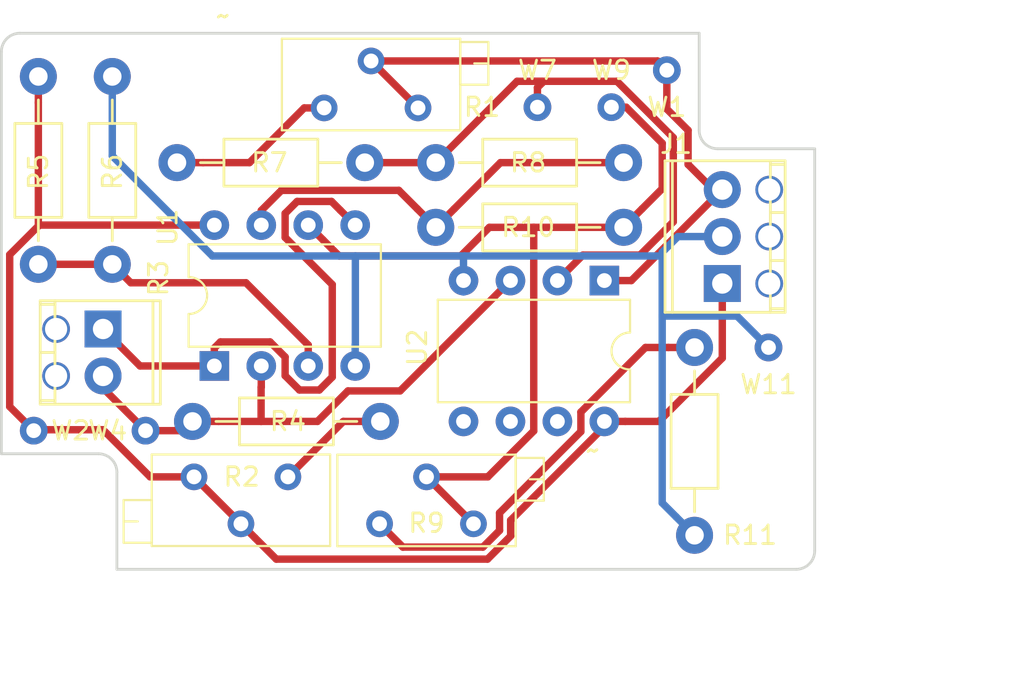
<source format=kicad_pcb>
(kicad_pcb (version 20171130) (host pcbnew "(5.1.4)-1")

  (general
    (thickness 1.6)
    (drawings 14)
    (tracks 146)
    (zones 0)
    (modules 22)
    (nets 13)
  )

  (page A4)
  (title_block
    (title APt100)
    (date 2017-10-05)
    (rev 1.2)
    (comment 1 "Add-On for Pt100 sensors")
  )

  (layers
    (0 F.Cu signal)
    (31 B.Cu signal)
    (32 B.Adhes user)
    (33 F.Adhes user)
    (34 B.Paste user)
    (35 F.Paste user)
    (36 B.SilkS user)
    (37 F.SilkS user)
    (38 B.Mask user)
    (39 F.Mask user)
    (40 Dwgs.User user)
    (41 Cmts.User user)
    (42 Eco1.User user)
    (43 Eco2.User user)
    (44 Edge.Cuts user)
    (45 Margin user)
    (46 B.CrtYd user)
    (47 F.CrtYd user)
    (48 B.Fab user hide)
    (49 F.Fab user hide)
  )

  (setup
    (last_trace_width 0.4)
    (trace_clearance 0.2)
    (zone_clearance 0.508)
    (zone_45_only no)
    (trace_min 0.2)
    (via_size 0.6)
    (via_drill 0.4)
    (via_min_size 0.4)
    (via_min_drill 0.3)
    (uvia_size 0.3)
    (uvia_drill 0.1)
    (uvias_allowed no)
    (uvia_min_size 0.2)
    (uvia_min_drill 0.1)
    (edge_width 0.15)
    (segment_width 0.2)
    (pcb_text_width 0.3)
    (pcb_text_size 1.5 1.5)
    (mod_edge_width 0.15)
    (mod_text_size 1 1)
    (mod_text_width 0.15)
    (pad_size 1.5 1.5)
    (pad_drill 0)
    (pad_to_mask_clearance 0.2)
    (aux_axis_origin 15 44)
    (visible_elements 7FFFFFFF)
    (pcbplotparams
      (layerselection 0x010f0_80000001)
      (usegerberextensions true)
      (usegerberattributes false)
      (usegerberadvancedattributes false)
      (creategerberjobfile false)
      (excludeedgelayer true)
      (linewidth 0.100000)
      (plotframeref false)
      (viasonmask false)
      (mode 1)
      (useauxorigin true)
      (hpglpennumber 1)
      (hpglpenspeed 20)
      (hpglpendiameter 15.000000)
      (psnegative false)
      (psa4output false)
      (plotreference true)
      (plotvalue true)
      (plotinvisibletext true)
      (padsonsilk false)
      (subtractmaskfromsilk true)
      (outputformat 1)
      (mirror false)
      (drillshape 0)
      (scaleselection 1)
      (outputdirectory "../plot/"))
  )

  (net 0 "")
  (net 1 AGND)
  (net 2 +5V)
  (net 3 /SIGNAL_T1)
  (net 4 "Net-(R1-Pad1)")
  (net 5 "Net-(R2-Pad1)")
  (net 6 "Net-(R3-Pad1)")
  (net 7 "Net-(R3-Pad2)")
  (net 8 "Net-(R5-Pad1)")
  (net 9 "Net-(R7-Pad1)")
  (net 10 "Net-(R10-Pad2)")
  (net 11 "Net-(R11-Pad2)")
  (net 12 "Net-(R10-Pad1)")

  (net_class Default "This is the default net class."
    (clearance 0.2)
    (trace_width 0.4)
    (via_dia 0.6)
    (via_drill 0.4)
    (uvia_dia 0.3)
    (uvia_drill 0.1)
    (add_net +5V)
    (add_net /SIGNAL_T1)
    (add_net AGND)
    (add_net "Net-(R1-Pad1)")
    (add_net "Net-(R10-Pad1)")
    (add_net "Net-(R10-Pad2)")
    (add_net "Net-(R11-Pad2)")
    (add_net "Net-(R2-Pad1)")
    (add_net "Net-(R3-Pad1)")
    (add_net "Net-(R3-Pad2)")
    (add_net "Net-(R5-Pad1)")
    (add_net "Net-(R7-Pad1)")
  )

  (module Pheonix:TerminalBlock_Pheonix_MPT-2.54mm_3pol (layer F.Cu) (tedit 578D3B25) (tstamp 579F3E66)
    (at 54 28.54 90)
    (descr "3-way 2.54mm pitch terminal block, Phoenix MPT series")
    (path /579FD5CA)
    (fp_text reference J1 (at 7.54 -2.5 180) (layer F.SilkS)
      (effects (font (size 1 1) (thickness 0.15)))
    )
    (fp_text value JACK_TRS_3PINS (at 2.54 4.50088 90) (layer F.Fab)
      (effects (font (size 1 1) (thickness 0.15)))
    )
    (fp_line (start -1.778 3.6) (end 6.858 3.6) (layer F.CrtYd) (width 0.05))
    (fp_line (start -1.778 -3.302) (end -1.778 3.6) (layer F.CrtYd) (width 0.05))
    (fp_line (start 6.858 -3.302) (end -1.778 -3.302) (layer F.CrtYd) (width 0.05))
    (fp_line (start 6.858 3.6) (end 6.858 -3.302) (layer F.CrtYd) (width 0.05))
    (fp_line (start 6.63956 -3.0988) (end -1.55956 -3.0988) (layer F.SilkS) (width 0.15))
    (fp_line (start 6.63956 -2.70002) (end -1.55956 -2.70002) (layer F.SilkS) (width 0.15))
    (fp_line (start 6.63956 2.60096) (end -1.55956 2.60096) (layer F.SilkS) (width 0.15))
    (fp_line (start -1.55956 3.4) (end 6.63956 3.4) (layer F.SilkS) (width 0.15))
    (fp_line (start 3.84048 2.60096) (end 3.84048 3.4) (layer F.SilkS) (width 0.15))
    (fp_line (start -1.3589 3.4) (end -1.3589 2.60096) (layer F.SilkS) (width 0.15))
    (fp_line (start 6.44144 2.60096) (end 6.44144 3.4) (layer F.SilkS) (width 0.15))
    (fp_line (start 1.24206 3.4) (end 1.24206 2.60096) (layer F.SilkS) (width 0.15))
    (fp_line (start 6.63956 3.4) (end 6.63956 -3.0988) (layer F.SilkS) (width 0.15))
    (fp_line (start -1.55702 -3.0988) (end -1.55702 3.4) (layer F.SilkS) (width 0.15))
    (pad 3 thru_hole oval (at 5.08 0 90) (size 1.99898 1.99898) (drill 1.1) (layers *.Cu *.Mask)
      (net 3 /SIGNAL_T1))
    (pad 1 thru_hole rect (at 0 0 90) (size 1.99898 1.99898) (drill 1.1) (layers *.Cu *.Mask)
      (net 2 +5V))
    (pad 2 thru_hole oval (at 2.54 0 90) (size 1.99898 1.99898) (drill 1.1) (layers *.Cu *.Mask)
      (net 1 AGND))
    (pad "" np_thru_hole circle (at 5.08 2.54 90) (size 1.5 1.5) (drill 1.2) (layers *.Cu *.Mask))
    (pad "" np_thru_hole circle (at 2.54 2.54 90) (size 1.5 1.5) (drill 1.2) (layers *.Cu *.Mask))
    (pad "" np_thru_hole circle (at 0 2.54 90) (size 1.5 1.5) (drill 1.2) (layers *.Cu *.Mask))
    (model ${BBLIB}/Pheonix.3dshapes/TerminalBlock_Pheonix_MPT_2.54_3pol.wrl
      (at (xyz 0 0 0))
      (scale (xyz 1 1 1))
      (rotate (xyz 0 0 0))
    )
  )

  (module Pheonix:TerminalBlock_Pheonix_MPT-2.54mm_2pol (layer F.Cu) (tedit 578D3A7F) (tstamp 57A495E8)
    (at 20.5 31 270)
    (descr "2-way 2.54mm pitch terminal block, Phoenix MPT series")
    (path /57A49775)
    (fp_text reference R3 (at -2.75 -3 270) (layer F.SilkS)
      (effects (font (size 1 1) (thickness 0.15)))
    )
    (fp_text value THERMISTOR (at 1.27 4.50088 270) (layer F.Fab)
      (effects (font (size 1 1) (thickness 0.15)))
    )
    (fp_line (start -1.7 -3.3) (end 4.3 -3.3) (layer F.CrtYd) (width 0.05))
    (fp_line (start -1.7 3.6) (end -1.7 -3.3) (layer F.CrtYd) (width 0.05))
    (fp_line (start 4.3 3.6) (end -1.7 3.6) (layer F.CrtYd) (width 0.05))
    (fp_line (start 4.3 -3.3) (end 4.3 3.6) (layer F.CrtYd) (width 0.05))
    (fp_line (start 4.06908 2.60096) (end -1.52908 2.60096) (layer F.SilkS) (width 0.15))
    (fp_line (start -1.33096 3.4) (end -1.33096 2.60096) (layer F.SilkS) (width 0.15))
    (fp_line (start 3.87096 2.60096) (end 3.87096 3.4) (layer F.SilkS) (width 0.15))
    (fp_line (start 1.27 3.4) (end 1.27 2.60096) (layer F.SilkS) (width 0.15))
    (fp_line (start -1.52908 -2.70002) (end 4.06908 -2.70002) (layer F.SilkS) (width 0.15))
    (fp_line (start -1.52908 3.4) (end 4.06908 3.4) (layer F.SilkS) (width 0.15))
    (fp_line (start 4.06908 3.4) (end 4.06908 -3.0988) (layer F.SilkS) (width 0.15))
    (fp_line (start 4.06908 -3.0988) (end -1.52908 -3.0988) (layer F.SilkS) (width 0.15))
    (fp_line (start -1.52908 -3.0988) (end -1.52908 3.4) (layer F.SilkS) (width 0.15))
    (pad 2 thru_hole oval (at 2.54 0 270) (size 1.99898 1.99898) (drill 1.1) (layers *.Cu *.Mask)
      (net 7 "Net-(R3-Pad2)"))
    (pad 1 thru_hole rect (at 0 0 270) (size 1.99898 1.99898) (drill 1.1) (layers *.Cu *.Mask)
      (net 6 "Net-(R3-Pad1)"))
    (pad "" np_thru_hole circle (at 2.54 2.54 270) (size 1.5 1.5) (drill 1.2) (layers *.Cu *.Mask))
    (pad "" np_thru_hole circle (at 0 2.54 270) (size 1.5 1.5) (drill 1.2) (layers *.Cu *.Mask))
    (model ${BBLIB}/Pheonix.3dshapes/TerminalBlock_Pheonix_MPT_2.54_2pol.wrl
      (at (xyz 0 0 0))
      (scale (xyz 1 1 1))
      (rotate (xyz 0 0 0))
    )
  )

  (module ThroughHole:Resistor_Horizontal_RM10mm (layer F.Cu) (tedit 59D3FB33) (tstamp 579F36F0)
    (at 21 17.34 270)
    (descr "Resistor, Axial,  RM 10mm, 1/3W")
    (tags "Resistor Axial RM 10mm 1/3W")
    (path /579D2E60)
    (fp_text reference R6 (at 5.16 0 270) (layer F.SilkS)
      (effects (font (size 1 1) (thickness 0.15)))
    )
    (fp_text value 10k (at 5.08 3.81 270) (layer F.Fab)
      (effects (font (size 1 1) (thickness 0.15)))
    )
    (fp_line (start -1.25 -1.5) (end 11.4 -1.5) (layer F.CrtYd) (width 0.05))
    (fp_line (start -1.25 1.5) (end -1.25 -1.5) (layer F.CrtYd) (width 0.05))
    (fp_line (start 11.4 -1.5) (end 11.4 1.5) (layer F.CrtYd) (width 0.05))
    (fp_line (start -1.25 1.5) (end 11.4 1.5) (layer F.CrtYd) (width 0.05))
    (fp_line (start 2.54 -1.27) (end 7.62 -1.27) (layer F.SilkS) (width 0.15))
    (fp_line (start 7.62 -1.27) (end 7.62 1.27) (layer F.SilkS) (width 0.15))
    (fp_line (start 7.62 1.27) (end 2.54 1.27) (layer F.SilkS) (width 0.15))
    (fp_line (start 2.54 1.27) (end 2.54 -1.27) (layer F.SilkS) (width 0.15))
    (fp_line (start 2.54 0) (end 1.27 0) (layer F.SilkS) (width 0.15))
    (fp_line (start 7.62 0) (end 8.89 0) (layer F.SilkS) (width 0.15))
    (pad 1 thru_hole circle (at 0 0 270) (size 2 2) (drill 1) (layers *.Cu *.Mask)
      (net 1 AGND))
    (pad 2 thru_hole circle (at 10.16 0 270) (size 2 2) (drill 1) (layers *.Cu *.Mask)
      (net 8 "Net-(R5-Pad1)"))
    (model ${BBLIB}/ThroughHole.3dshapes/Resistor_Horizontal_RM10mm.wrl
      (at (xyz 0 0 0))
      (scale (xyz 1 1 1))
      (rotate (xyz 0 0 0))
    )
  )

  (module ThroughHole:Resistor_Horizontal_RM10mm (layer F.Cu) (tedit 59D3FB33) (tstamp 579F36EA)
    (at 17 27.5 90)
    (descr "Resistor, Axial,  RM 10mm, 1/3W")
    (tags "Resistor Axial RM 10mm 1/3W")
    (path /579D2E1E)
    (fp_text reference R5 (at 5 0 90) (layer F.SilkS)
      (effects (font (size 1 1) (thickness 0.15)))
    )
    (fp_text value 10k (at 5.08 3.81 90) (layer F.Fab)
      (effects (font (size 1 1) (thickness 0.15)))
    )
    (fp_line (start -1.25 -1.5) (end 11.4 -1.5) (layer F.CrtYd) (width 0.05))
    (fp_line (start -1.25 1.5) (end -1.25 -1.5) (layer F.CrtYd) (width 0.05))
    (fp_line (start 11.4 -1.5) (end 11.4 1.5) (layer F.CrtYd) (width 0.05))
    (fp_line (start -1.25 1.5) (end 11.4 1.5) (layer F.CrtYd) (width 0.05))
    (fp_line (start 2.54 -1.27) (end 7.62 -1.27) (layer F.SilkS) (width 0.15))
    (fp_line (start 7.62 -1.27) (end 7.62 1.27) (layer F.SilkS) (width 0.15))
    (fp_line (start 7.62 1.27) (end 2.54 1.27) (layer F.SilkS) (width 0.15))
    (fp_line (start 2.54 1.27) (end 2.54 -1.27) (layer F.SilkS) (width 0.15))
    (fp_line (start 2.54 0) (end 1.27 0) (layer F.SilkS) (width 0.15))
    (fp_line (start 7.62 0) (end 8.89 0) (layer F.SilkS) (width 0.15))
    (pad 1 thru_hole circle (at 0 0 90) (size 2 2) (drill 1) (layers *.Cu *.Mask)
      (net 8 "Net-(R5-Pad1)"))
    (pad 2 thru_hole circle (at 10.16 0 90) (size 2 2) (drill 1) (layers *.Cu *.Mask)
      (net 2 +5V))
    (model ${BBLIB}/ThroughHole.3dshapes/Resistor_Horizontal_RM10mm.wrl
      (at (xyz 0 0 0))
      (scale (xyz 1 1 1))
      (rotate (xyz 0 0 0))
    )
  )

  (module ThroughHole:Resistor_Horizontal_RM10mm (layer F.Cu) (tedit 59D3FB33) (tstamp 579F3708)
    (at 48.66 25.5 180)
    (descr "Resistor, Axial,  RM 10mm, 1/3W")
    (tags "Resistor Axial RM 10mm 1/3W")
    (path /579D46CB)
    (fp_text reference R10 (at 5.16 0 180) (layer F.SilkS)
      (effects (font (size 1 1) (thickness 0.15)))
    )
    (fp_text value 200 (at 5.08 3.81 180) (layer F.Fab)
      (effects (font (size 1 1) (thickness 0.15)))
    )
    (fp_line (start -1.25 -1.5) (end 11.4 -1.5) (layer F.CrtYd) (width 0.05))
    (fp_line (start -1.25 1.5) (end -1.25 -1.5) (layer F.CrtYd) (width 0.05))
    (fp_line (start 11.4 -1.5) (end 11.4 1.5) (layer F.CrtYd) (width 0.05))
    (fp_line (start -1.25 1.5) (end 11.4 1.5) (layer F.CrtYd) (width 0.05))
    (fp_line (start 2.54 -1.27) (end 7.62 -1.27) (layer F.SilkS) (width 0.15))
    (fp_line (start 7.62 -1.27) (end 7.62 1.27) (layer F.SilkS) (width 0.15))
    (fp_line (start 7.62 1.27) (end 2.54 1.27) (layer F.SilkS) (width 0.15))
    (fp_line (start 2.54 1.27) (end 2.54 -1.27) (layer F.SilkS) (width 0.15))
    (fp_line (start 2.54 0) (end 1.27 0) (layer F.SilkS) (width 0.15))
    (fp_line (start 7.62 0) (end 8.89 0) (layer F.SilkS) (width 0.15))
    (pad 1 thru_hole circle (at 0 0 180) (size 2 2) (drill 1) (layers *.Cu *.Mask)
      (net 12 "Net-(R10-Pad1)"))
    (pad 2 thru_hole circle (at 10.16 0 180) (size 2 2) (drill 1) (layers *.Cu *.Mask)
      (net 10 "Net-(R10-Pad2)"))
    (model ${BBLIB}/ThroughHole.3dshapes/Resistor_Horizontal_RM10mm.wrl
      (at (xyz 0 0 0))
      (scale (xyz 1 1 1))
      (rotate (xyz 0 0 0))
    )
  )

  (module ThroughHole:Resistor_Horizontal_RM10mm (layer F.Cu) (tedit 59D3FB33) (tstamp 579F36FC)
    (at 48.66 22 180)
    (descr "Resistor, Axial,  RM 10mm, 1/3W")
    (tags "Resistor Axial RM 10mm 1/3W")
    (path /579D61BF)
    (fp_text reference R8 (at 5.16 0 180) (layer F.SilkS)
      (effects (font (size 1 1) (thickness 0.15)))
    )
    (fp_text value 200 (at 5.08 3.81 180) (layer F.Fab)
      (effects (font (size 1 1) (thickness 0.15)))
    )
    (fp_line (start -1.25 -1.5) (end 11.4 -1.5) (layer F.CrtYd) (width 0.05))
    (fp_line (start -1.25 1.5) (end -1.25 -1.5) (layer F.CrtYd) (width 0.05))
    (fp_line (start 11.4 -1.5) (end 11.4 1.5) (layer F.CrtYd) (width 0.05))
    (fp_line (start -1.25 1.5) (end 11.4 1.5) (layer F.CrtYd) (width 0.05))
    (fp_line (start 2.54 -1.27) (end 7.62 -1.27) (layer F.SilkS) (width 0.15))
    (fp_line (start 7.62 -1.27) (end 7.62 1.27) (layer F.SilkS) (width 0.15))
    (fp_line (start 7.62 1.27) (end 2.54 1.27) (layer F.SilkS) (width 0.15))
    (fp_line (start 2.54 1.27) (end 2.54 -1.27) (layer F.SilkS) (width 0.15))
    (fp_line (start 2.54 0) (end 1.27 0) (layer F.SilkS) (width 0.15))
    (fp_line (start 7.62 0) (end 8.89 0) (layer F.SilkS) (width 0.15))
    (pad 1 thru_hole circle (at 0 0 180) (size 2 2) (drill 1) (layers *.Cu *.Mask)
      (net 10 "Net-(R10-Pad2)"))
    (pad 2 thru_hole circle (at 10.16 0 180) (size 2 2) (drill 1) (layers *.Cu *.Mask)
      (net 9 "Net-(R7-Pad1)"))
    (model ${BBLIB}/ThroughHole.3dshapes/Resistor_Horizontal_RM10mm.wrl
      (at (xyz 0 0 0))
      (scale (xyz 1 1 1))
      (rotate (xyz 0 0 0))
    )
  )

  (module ThroughHole:Resistor_Horizontal_RM10mm (layer F.Cu) (tedit 59D3FB33) (tstamp 579F36F6)
    (at 34.66 22 180)
    (descr "Resistor, Axial,  RM 10mm, 1/3W")
    (tags "Resistor Axial RM 10mm 1/3W")
    (path /579D6222)
    (fp_text reference R7 (at 5.16 0 180) (layer F.SilkS)
      (effects (font (size 1 1) (thickness 0.15)))
    )
    (fp_text value 4k7 (at 5.08 3.81 180) (layer F.Fab)
      (effects (font (size 1 1) (thickness 0.15)))
    )
    (fp_line (start -1.25 -1.5) (end 11.4 -1.5) (layer F.CrtYd) (width 0.05))
    (fp_line (start -1.25 1.5) (end -1.25 -1.5) (layer F.CrtYd) (width 0.05))
    (fp_line (start 11.4 -1.5) (end 11.4 1.5) (layer F.CrtYd) (width 0.05))
    (fp_line (start -1.25 1.5) (end 11.4 1.5) (layer F.CrtYd) (width 0.05))
    (fp_line (start 2.54 -1.27) (end 7.62 -1.27) (layer F.SilkS) (width 0.15))
    (fp_line (start 7.62 -1.27) (end 7.62 1.27) (layer F.SilkS) (width 0.15))
    (fp_line (start 7.62 1.27) (end 2.54 1.27) (layer F.SilkS) (width 0.15))
    (fp_line (start 2.54 1.27) (end 2.54 -1.27) (layer F.SilkS) (width 0.15))
    (fp_line (start 2.54 0) (end 1.27 0) (layer F.SilkS) (width 0.15))
    (fp_line (start 7.62 0) (end 8.89 0) (layer F.SilkS) (width 0.15))
    (pad 1 thru_hole circle (at 0 0 180) (size 2 2) (drill 1) (layers *.Cu *.Mask)
      (net 9 "Net-(R7-Pad1)"))
    (pad 2 thru_hole circle (at 10.16 0 180) (size 2 2) (drill 1) (layers *.Cu *.Mask)
      (net 4 "Net-(R1-Pad1)"))
    (model ${BBLIB}/ThroughHole.3dshapes/Resistor_Horizontal_RM10mm.wrl
      (at (xyz 0 0 0))
      (scale (xyz 1 1 1))
      (rotate (xyz 0 0 0))
    )
  )

  (module Housings_DIP:DIP-8_W7.62mm (layer F.Cu) (tedit 58CC8E33) (tstamp 579F371A)
    (at 26.52 33 90)
    (descr "8-lead dip package, row spacing 7.62 mm (300 mils)")
    (tags "DIL DIP PDIP 2.54mm 7.62mm 300mil")
    (path /579F9108)
    (fp_text reference U1 (at 7.5 -2.52 90) (layer F.SilkS)
      (effects (font (size 1 1) (thickness 0.15)))
    )
    (fp_text value OPA2340 (at 3.81 10.01 90) (layer F.Fab)
      (effects (font (size 1 1) (thickness 0.15)))
    )
    (fp_text user %R (at 3.81 3.81 90) (layer F.Fab)
      (effects (font (size 1 1) (thickness 0.15)))
    )
    (fp_line (start 1.635 -1.27) (end 6.985 -1.27) (layer F.Fab) (width 0.1))
    (fp_line (start 6.985 -1.27) (end 6.985 8.89) (layer F.Fab) (width 0.1))
    (fp_line (start 6.985 8.89) (end 0.635 8.89) (layer F.Fab) (width 0.1))
    (fp_line (start 0.635 8.89) (end 0.635 -0.27) (layer F.Fab) (width 0.1))
    (fp_line (start 0.635 -0.27) (end 1.635 -1.27) (layer F.Fab) (width 0.1))
    (fp_line (start 2.81 -1.39) (end 1.04 -1.39) (layer F.SilkS) (width 0.12))
    (fp_line (start 1.04 -1.39) (end 1.04 9.01) (layer F.SilkS) (width 0.12))
    (fp_line (start 1.04 9.01) (end 6.58 9.01) (layer F.SilkS) (width 0.12))
    (fp_line (start 6.58 9.01) (end 6.58 -1.39) (layer F.SilkS) (width 0.12))
    (fp_line (start 6.58 -1.39) (end 4.81 -1.39) (layer F.SilkS) (width 0.12))
    (fp_line (start -1.1 -1.6) (end -1.1 9.2) (layer F.CrtYd) (width 0.05))
    (fp_line (start -1.1 9.2) (end 8.7 9.2) (layer F.CrtYd) (width 0.05))
    (fp_line (start 8.7 9.2) (end 8.7 -1.6) (layer F.CrtYd) (width 0.05))
    (fp_line (start 8.7 -1.6) (end -1.1 -1.6) (layer F.CrtYd) (width 0.05))
    (fp_arc (start 3.81 -1.39) (end 2.81 -1.39) (angle -180) (layer F.SilkS) (width 0.12))
    (pad 1 thru_hole rect (at 0 0 90) (size 1.6 1.6) (drill 0.8) (layers *.Cu *.Mask)
      (net 6 "Net-(R3-Pad1)"))
    (pad 5 thru_hole oval (at 7.62 7.62 90) (size 1.6 1.6) (drill 0.8) (layers *.Cu *.Mask)
      (net 6 "Net-(R3-Pad1)"))
    (pad 2 thru_hole oval (at 0 2.54 90) (size 1.6 1.6) (drill 0.8) (layers *.Cu *.Mask)
      (net 7 "Net-(R3-Pad2)"))
    (pad 6 thru_hole oval (at 7.62 5.08 90) (size 1.6 1.6) (drill 0.8) (layers *.Cu *.Mask)
      (net 12 "Net-(R10-Pad1)"))
    (pad 3 thru_hole oval (at 0 5.08 90) (size 1.6 1.6) (drill 0.8) (layers *.Cu *.Mask)
      (net 8 "Net-(R5-Pad1)"))
    (pad 7 thru_hole oval (at 7.62 2.54 90) (size 1.6 1.6) (drill 0.8) (layers *.Cu *.Mask)
      (net 10 "Net-(R10-Pad2)"))
    (pad 4 thru_hole oval (at 0 7.62 90) (size 1.6 1.6) (drill 0.8) (layers *.Cu *.Mask)
      (net 1 AGND))
    (pad 8 thru_hole oval (at 7.62 0 90) (size 1.6 1.6) (drill 0.8) (layers *.Cu *.Mask)
      (net 2 +5V))
    (model ${KISYS3DMOD}/Housings_DIP.3dshapes/DIP-8_W7.62mm.wrl
      (at (xyz 0 0 0))
      (scale (xyz 1 1 1))
      (rotate (xyz 0 0 0))
    )
  )

  (module ThroughHole:Resistor_Horizontal_RM10mm (layer F.Cu) (tedit 59D3FB33) (tstamp 579F36E4)
    (at 25.34 36)
    (descr "Resistor, Axial,  RM 10mm, 1/3W")
    (tags "Resistor Axial RM 10mm 1/3W")
    (path /579D2CD3)
    (fp_text reference R4 (at 5.16 0) (layer F.SilkS)
      (effects (font (size 1 1) (thickness 0.15)))
    )
    (fp_text value 2k2 (at 5.08 3.81) (layer F.Fab)
      (effects (font (size 1 1) (thickness 0.15)))
    )
    (fp_line (start -1.25 -1.5) (end 11.4 -1.5) (layer F.CrtYd) (width 0.05))
    (fp_line (start -1.25 1.5) (end -1.25 -1.5) (layer F.CrtYd) (width 0.05))
    (fp_line (start 11.4 -1.5) (end 11.4 1.5) (layer F.CrtYd) (width 0.05))
    (fp_line (start -1.25 1.5) (end 11.4 1.5) (layer F.CrtYd) (width 0.05))
    (fp_line (start 2.54 -1.27) (end 7.62 -1.27) (layer F.SilkS) (width 0.15))
    (fp_line (start 7.62 -1.27) (end 7.62 1.27) (layer F.SilkS) (width 0.15))
    (fp_line (start 7.62 1.27) (end 2.54 1.27) (layer F.SilkS) (width 0.15))
    (fp_line (start 2.54 1.27) (end 2.54 -1.27) (layer F.SilkS) (width 0.15))
    (fp_line (start 2.54 0) (end 1.27 0) (layer F.SilkS) (width 0.15))
    (fp_line (start 7.62 0) (end 8.89 0) (layer F.SilkS) (width 0.15))
    (pad 1 thru_hole circle (at 0 0) (size 2 2) (drill 1) (layers *.Cu *.Mask)
      (net 7 "Net-(R3-Pad2)"))
    (pad 2 thru_hole circle (at 10.16 0) (size 2 2) (drill 1) (layers *.Cu *.Mask)
      (net 5 "Net-(R2-Pad1)"))
    (model ${BBLIB}/ThroughHole.3dshapes/Resistor_Horizontal_RM10mm.wrl
      (at (xyz 0 0 0))
      (scale (xyz 1 1 1))
      (rotate (xyz 0 0 0))
    )
  )

  (module Housings_DIP:DIP-8_W7.62mm (layer F.Cu) (tedit 58CC8E33) (tstamp 579F3726)
    (at 47.62 28.38 270)
    (descr "8-lead dip package, row spacing 7.62 mm (300 mils)")
    (tags "DIL DIP PDIP 2.54mm 7.62mm 300mil")
    (path /579F974C)
    (fp_text reference U2 (at 3.62 10.12 270) (layer F.SilkS)
      (effects (font (size 1 1) (thickness 0.15)))
    )
    (fp_text value OPA2340 (at 3.81 10.01 270) (layer F.Fab)
      (effects (font (size 1 1) (thickness 0.15)))
    )
    (fp_text user %R (at 3.81 3.81 270) (layer F.Fab)
      (effects (font (size 1 1) (thickness 0.15)))
    )
    (fp_line (start 1.635 -1.27) (end 6.985 -1.27) (layer F.Fab) (width 0.1))
    (fp_line (start 6.985 -1.27) (end 6.985 8.89) (layer F.Fab) (width 0.1))
    (fp_line (start 6.985 8.89) (end 0.635 8.89) (layer F.Fab) (width 0.1))
    (fp_line (start 0.635 8.89) (end 0.635 -0.27) (layer F.Fab) (width 0.1))
    (fp_line (start 0.635 -0.27) (end 1.635 -1.27) (layer F.Fab) (width 0.1))
    (fp_line (start 2.81 -1.39) (end 1.04 -1.39) (layer F.SilkS) (width 0.12))
    (fp_line (start 1.04 -1.39) (end 1.04 9.01) (layer F.SilkS) (width 0.12))
    (fp_line (start 1.04 9.01) (end 6.58 9.01) (layer F.SilkS) (width 0.12))
    (fp_line (start 6.58 9.01) (end 6.58 -1.39) (layer F.SilkS) (width 0.12))
    (fp_line (start 6.58 -1.39) (end 4.81 -1.39) (layer F.SilkS) (width 0.12))
    (fp_line (start -1.1 -1.6) (end -1.1 9.2) (layer F.CrtYd) (width 0.05))
    (fp_line (start -1.1 9.2) (end 8.7 9.2) (layer F.CrtYd) (width 0.05))
    (fp_line (start 8.7 9.2) (end 8.7 -1.6) (layer F.CrtYd) (width 0.05))
    (fp_line (start 8.7 -1.6) (end -1.1 -1.6) (layer F.CrtYd) (width 0.05))
    (fp_arc (start 3.81 -1.39) (end 2.81 -1.39) (angle -180) (layer F.SilkS) (width 0.12))
    (pad 1 thru_hole rect (at 0 0 270) (size 1.6 1.6) (drill 0.8) (layers *.Cu *.Mask)
      (net 3 /SIGNAL_T1))
    (pad 5 thru_hole oval (at 7.62 7.62 270) (size 1.6 1.6) (drill 0.8) (layers *.Cu *.Mask))
    (pad 2 thru_hole oval (at 0 2.54 270) (size 1.6 1.6) (drill 0.8) (layers *.Cu *.Mask)
      (net 9 "Net-(R7-Pad1)"))
    (pad 6 thru_hole oval (at 7.62 5.08 270) (size 1.6 1.6) (drill 0.8) (layers *.Cu *.Mask))
    (pad 3 thru_hole oval (at 0 5.08 270) (size 1.6 1.6) (drill 0.8) (layers *.Cu *.Mask)
      (net 7 "Net-(R3-Pad2)"))
    (pad 7 thru_hole oval (at 7.62 2.54 270) (size 1.6 1.6) (drill 0.8) (layers *.Cu *.Mask))
    (pad 4 thru_hole oval (at 0 7.62 270) (size 1.6 1.6) (drill 0.8) (layers *.Cu *.Mask)
      (net 1 AGND))
    (pad 8 thru_hole oval (at 7.62 0 270) (size 1.6 1.6) (drill 0.8) (layers *.Cu *.Mask)
      (net 2 +5V))
    (model ${KISYS3DMOD}/Housings_DIP.3dshapes/DIP-8_W7.62mm.wrl
      (at (xyz 0 0 0))
      (scale (xyz 1 1 1))
      (rotate (xyz 0 0 0))
    )
  )

  (module ThroughHole:Resistor_Horizontal_RM10mm (layer F.Cu) (tedit 59D3FB33) (tstamp 579F370E)
    (at 52.5 42.16 90)
    (descr "Resistor, Axial,  RM 10mm, 1/3W")
    (tags "Resistor Axial RM 10mm 1/3W")
    (path /579D4538)
    (fp_text reference R11 (at 0.01 3 180) (layer F.SilkS)
      (effects (font (size 1 1) (thickness 0.15)))
    )
    (fp_text value 2k (at 5.08 3.81 90) (layer F.Fab)
      (effects (font (size 1 1) (thickness 0.15)))
    )
    (fp_line (start -1.25 -1.5) (end 11.4 -1.5) (layer F.CrtYd) (width 0.05))
    (fp_line (start -1.25 1.5) (end -1.25 -1.5) (layer F.CrtYd) (width 0.05))
    (fp_line (start 11.4 -1.5) (end 11.4 1.5) (layer F.CrtYd) (width 0.05))
    (fp_line (start -1.25 1.5) (end 11.4 1.5) (layer F.CrtYd) (width 0.05))
    (fp_line (start 2.54 -1.27) (end 7.62 -1.27) (layer F.SilkS) (width 0.15))
    (fp_line (start 7.62 -1.27) (end 7.62 1.27) (layer F.SilkS) (width 0.15))
    (fp_line (start 7.62 1.27) (end 2.54 1.27) (layer F.SilkS) (width 0.15))
    (fp_line (start 2.54 1.27) (end 2.54 -1.27) (layer F.SilkS) (width 0.15))
    (fp_line (start 2.54 0) (end 1.27 0) (layer F.SilkS) (width 0.15))
    (fp_line (start 7.62 0) (end 8.89 0) (layer F.SilkS) (width 0.15))
    (pad 1 thru_hole circle (at 0 0 90) (size 2 2) (drill 1) (layers *.Cu *.Mask)
      (net 1 AGND))
    (pad 2 thru_hole circle (at 10.16 0 90) (size 2 2) (drill 1) (layers *.Cu *.Mask)
      (net 11 "Net-(R11-Pad2)"))
    (model ${BBLIB}/ThroughHole.3dshapes/Resistor_Horizontal_RM10mm.wrl
      (at (xyz 0 0 0))
      (scale (xyz 1 1 1))
      (rotate (xyz 0 0 0))
    )
  )

  (module Potentiometers:Potentiometer_Trimmer_Bourns_3296Z (layer F.Cu) (tedit 58826F12) (tstamp 57A89FE1)
    (at 35.46 41.54 180)
    (descr "Spindle Trimmer Potentiometer, Bourns 3296Z, https://www.bourns.com/pdfs/3296.pdf")
    (tags "Spindle Trimmer Potentiometer   Bourns 3296Z")
    (path /57A87652)
    (fp_text reference R9 (at -2.54 0.04 180) (layer F.SilkS)
      (effects (font (size 1 1) (thickness 0.15)))
    )
    (fp_text value 470 (at -3.3 4.93 180) (layer F.Fab)
      (effects (font (size 1 1) (thickness 0.15)))
    )
    (fp_line (start -7.305 -1.15) (end -7.305 3.68) (layer F.Fab) (width 0.1))
    (fp_line (start -7.305 3.68) (end 2.225 3.68) (layer F.Fab) (width 0.1))
    (fp_line (start 2.225 3.68) (end 2.225 -1.15) (layer F.Fab) (width 0.1))
    (fp_line (start 2.225 -1.15) (end -7.305 -1.15) (layer F.Fab) (width 0.1))
    (fp_line (start -8.825 1.315) (end -8.825 3.505) (layer F.Fab) (width 0.1))
    (fp_line (start -8.825 3.505) (end -7.305 3.505) (layer F.Fab) (width 0.1))
    (fp_line (start -7.305 3.505) (end -7.305 1.315) (layer F.Fab) (width 0.1))
    (fp_line (start -7.305 1.315) (end -8.825 1.315) (layer F.Fab) (width 0.1))
    (fp_line (start -8.825 2.41) (end -8.065 2.41) (layer F.Fab) (width 0.1))
    (fp_line (start -7.365 -1.21) (end 2.285 -1.21) (layer F.SilkS) (width 0.12))
    (fp_line (start -7.365 3.741) (end 2.285 3.741) (layer F.SilkS) (width 0.12))
    (fp_line (start -7.365 -1.21) (end -7.365 3.741) (layer F.SilkS) (width 0.12))
    (fp_line (start 2.285 -1.21) (end 2.285 3.741) (layer F.SilkS) (width 0.12))
    (fp_line (start -8.885 1.255) (end -7.366 1.255) (layer F.SilkS) (width 0.12))
    (fp_line (start -8.885 3.565) (end -7.366 3.565) (layer F.SilkS) (width 0.12))
    (fp_line (start -8.885 1.255) (end -8.885 3.565) (layer F.SilkS) (width 0.12))
    (fp_line (start -7.366 1.255) (end -7.366 3.565) (layer F.SilkS) (width 0.12))
    (fp_line (start -8.885 2.41) (end -8.125 2.41) (layer F.SilkS) (width 0.12))
    (fp_line (start -9.1 -1.45) (end -9.1 3.95) (layer F.CrtYd) (width 0.05))
    (fp_line (start -9.1 3.95) (end 2.5 3.95) (layer F.CrtYd) (width 0.05))
    (fp_line (start 2.5 3.95) (end 2.5 -1.45) (layer F.CrtYd) (width 0.05))
    (fp_line (start 2.5 -1.45) (end -9.1 -1.45) (layer F.CrtYd) (width 0.05))
    (pad 1 thru_hole circle (at 0 0 180) (size 1.44 1.44) (drill 0.8) (layers *.Cu *.Mask)
      (net 11 "Net-(R11-Pad2)"))
    (pad 2 thru_hole circle (at -2.54 2.54 180) (size 1.44 1.44) (drill 0.8) (layers *.Cu *.Mask)
      (net 12 "Net-(R10-Pad1)"))
    (pad 3 thru_hole circle (at -5.08 0 180) (size 1.44 1.44) (drill 0.8) (layers *.Cu *.Mask)
      (net 12 "Net-(R10-Pad1)"))
    (model Potentiometers.3dshapes/Potentiometer_Trimmer_Bourns_3296Z.wrl
      (at (xyz 0 0 0))
      (scale (xyz 1 1 1))
      (rotate (xyz 0 0 -90))
    )
  )

  (module Potentiometers:Potentiometer_Trimmer_Bourns_3296Z (layer F.Cu) (tedit 58826F12) (tstamp 57A89FDA)
    (at 30.5 39)
    (descr "Spindle Trimmer Potentiometer, Bourns 3296Z, https://www.bourns.com/pdfs/3296.pdf")
    (tags "Spindle Trimmer Potentiometer   Bourns 3296Z")
    (path /579D63E8)
    (fp_text reference R2 (at -2.5 0) (layer F.SilkS)
      (effects (font (size 1 1) (thickness 0.15)))
    )
    (fp_text value 300 (at -3.3 4.93) (layer F.Fab)
      (effects (font (size 1 1) (thickness 0.15)))
    )
    (fp_line (start -7.305 -1.15) (end -7.305 3.68) (layer F.Fab) (width 0.1))
    (fp_line (start -7.305 3.68) (end 2.225 3.68) (layer F.Fab) (width 0.1))
    (fp_line (start 2.225 3.68) (end 2.225 -1.15) (layer F.Fab) (width 0.1))
    (fp_line (start 2.225 -1.15) (end -7.305 -1.15) (layer F.Fab) (width 0.1))
    (fp_line (start -8.825 1.315) (end -8.825 3.505) (layer F.Fab) (width 0.1))
    (fp_line (start -8.825 3.505) (end -7.305 3.505) (layer F.Fab) (width 0.1))
    (fp_line (start -7.305 3.505) (end -7.305 1.315) (layer F.Fab) (width 0.1))
    (fp_line (start -7.305 1.315) (end -8.825 1.315) (layer F.Fab) (width 0.1))
    (fp_line (start -8.825 2.41) (end -8.065 2.41) (layer F.Fab) (width 0.1))
    (fp_line (start -7.365 -1.21) (end 2.285 -1.21) (layer F.SilkS) (width 0.12))
    (fp_line (start -7.365 3.741) (end 2.285 3.741) (layer F.SilkS) (width 0.12))
    (fp_line (start -7.365 -1.21) (end -7.365 3.741) (layer F.SilkS) (width 0.12))
    (fp_line (start 2.285 -1.21) (end 2.285 3.741) (layer F.SilkS) (width 0.12))
    (fp_line (start -8.885 1.255) (end -7.366 1.255) (layer F.SilkS) (width 0.12))
    (fp_line (start -8.885 3.565) (end -7.366 3.565) (layer F.SilkS) (width 0.12))
    (fp_line (start -8.885 1.255) (end -8.885 3.565) (layer F.SilkS) (width 0.12))
    (fp_line (start -7.366 1.255) (end -7.366 3.565) (layer F.SilkS) (width 0.12))
    (fp_line (start -8.885 2.41) (end -8.125 2.41) (layer F.SilkS) (width 0.12))
    (fp_line (start -9.1 -1.45) (end -9.1 3.95) (layer F.CrtYd) (width 0.05))
    (fp_line (start -9.1 3.95) (end 2.5 3.95) (layer F.CrtYd) (width 0.05))
    (fp_line (start 2.5 3.95) (end 2.5 -1.45) (layer F.CrtYd) (width 0.05))
    (fp_line (start 2.5 -1.45) (end -9.1 -1.45) (layer F.CrtYd) (width 0.05))
    (pad 1 thru_hole circle (at 0 0) (size 1.44 1.44) (drill 0.8) (layers *.Cu *.Mask)
      (net 5 "Net-(R2-Pad1)"))
    (pad 2 thru_hole circle (at -2.54 2.54) (size 1.44 1.44) (drill 0.8) (layers *.Cu *.Mask)
      (net 2 +5V))
    (pad 3 thru_hole circle (at -5.08 0) (size 1.44 1.44) (drill 0.8) (layers *.Cu *.Mask)
      (net 2 +5V))
    (model Potentiometers.3dshapes/Potentiometer_Trimmer_Bourns_3296Z.wrl
      (at (xyz 0 0 0))
      (scale (xyz 1 1 1))
      (rotate (xyz 0 0 -90))
    )
  )

  (module Potentiometers:Potentiometer_Trimmer_Bourns_3296Z (layer F.Cu) (tedit 58826F12) (tstamp 57A89FD3)
    (at 32.46 19.04 180)
    (descr "Spindle Trimmer Potentiometer, Bourns 3296Z, https://www.bourns.com/pdfs/3296.pdf")
    (tags "Spindle Trimmer Potentiometer   Bourns 3296Z")
    (path /579D6A15)
    (fp_text reference R1 (at -8.54 0.04 180) (layer F.SilkS)
      (effects (font (size 1 1) (thickness 0.15)))
    )
    (fp_text value 405 (at -3.3 4.93 180) (layer F.Fab)
      (effects (font (size 1 1) (thickness 0.15)))
    )
    (fp_line (start -7.305 -1.15) (end -7.305 3.68) (layer F.Fab) (width 0.1))
    (fp_line (start -7.305 3.68) (end 2.225 3.68) (layer F.Fab) (width 0.1))
    (fp_line (start 2.225 3.68) (end 2.225 -1.15) (layer F.Fab) (width 0.1))
    (fp_line (start 2.225 -1.15) (end -7.305 -1.15) (layer F.Fab) (width 0.1))
    (fp_line (start -8.825 1.315) (end -8.825 3.505) (layer F.Fab) (width 0.1))
    (fp_line (start -8.825 3.505) (end -7.305 3.505) (layer F.Fab) (width 0.1))
    (fp_line (start -7.305 3.505) (end -7.305 1.315) (layer F.Fab) (width 0.1))
    (fp_line (start -7.305 1.315) (end -8.825 1.315) (layer F.Fab) (width 0.1))
    (fp_line (start -8.825 2.41) (end -8.065 2.41) (layer F.Fab) (width 0.1))
    (fp_line (start -7.365 -1.21) (end 2.285 -1.21) (layer F.SilkS) (width 0.12))
    (fp_line (start -7.365 3.741) (end 2.285 3.741) (layer F.SilkS) (width 0.12))
    (fp_line (start -7.365 -1.21) (end -7.365 3.741) (layer F.SilkS) (width 0.12))
    (fp_line (start 2.285 -1.21) (end 2.285 3.741) (layer F.SilkS) (width 0.12))
    (fp_line (start -8.885 1.255) (end -7.366 1.255) (layer F.SilkS) (width 0.12))
    (fp_line (start -8.885 3.565) (end -7.366 3.565) (layer F.SilkS) (width 0.12))
    (fp_line (start -8.885 1.255) (end -8.885 3.565) (layer F.SilkS) (width 0.12))
    (fp_line (start -7.366 1.255) (end -7.366 3.565) (layer F.SilkS) (width 0.12))
    (fp_line (start -8.885 2.41) (end -8.125 2.41) (layer F.SilkS) (width 0.12))
    (fp_line (start -9.1 -1.45) (end -9.1 3.95) (layer F.CrtYd) (width 0.05))
    (fp_line (start -9.1 3.95) (end 2.5 3.95) (layer F.CrtYd) (width 0.05))
    (fp_line (start 2.5 3.95) (end 2.5 -1.45) (layer F.CrtYd) (width 0.05))
    (fp_line (start 2.5 -1.45) (end -9.1 -1.45) (layer F.CrtYd) (width 0.05))
    (pad 1 thru_hole circle (at 0 0 180) (size 1.44 1.44) (drill 0.8) (layers *.Cu *.Mask)
      (net 4 "Net-(R1-Pad1)"))
    (pad 2 thru_hole circle (at -2.54 2.54 180) (size 1.44 1.44) (drill 0.8) (layers *.Cu *.Mask)
      (net 3 /SIGNAL_T1))
    (pad 3 thru_hole circle (at -5.08 0 180) (size 1.44 1.44) (drill 0.8) (layers *.Cu *.Mask)
      (net 3 /SIGNAL_T1))
    (model Potentiometers.3dshapes/Potentiometer_Trimmer_Bourns_3296Z.wrl
      (at (xyz 0 0 0))
      (scale (xyz 1 1 1))
      (rotate (xyz 0 0 -90))
    )
  )

  (module Measurement_Points:Measurement_Point_Round-TH_Small (layer F.Cu) (tedit 56C35F63) (tstamp 57A87502)
    (at 56.5 32)
    (descr "Mesurement Point, Square, Trough Hole,  DM 1.5mm, Drill 0.8mm,")
    (tags "Mesurement Point Round Trough Hole 1.5mm Drill 0.8mm")
    (path /57A8794D)
    (attr virtual)
    (fp_text reference W11 (at 0 2) (layer F.SilkS)
      (effects (font (size 1 1) (thickness 0.15)))
    )
    (fp_text value TEST_11P (at 0 2) (layer F.Fab)
      (effects (font (size 1 1) (thickness 0.15)))
    )
    (fp_circle (center 0 0) (end 1 0) (layer F.CrtYd) (width 0.05))
    (pad 1 thru_hole circle (at 0 0) (size 1.5 1.5) (drill 0.8) (layers *.Cu *.Mask)
      (net 1 AGND))
  )

  (module Measurement_Points:Measurement_Point_Round-TH_Small (layer F.Cu) (tedit 56C35F63) (tstamp 57A874FD)
    (at 48 19)
    (descr "Mesurement Point, Square, Trough Hole,  DM 1.5mm, Drill 0.8mm,")
    (tags "Mesurement Point Round Trough Hole 1.5mm Drill 0.8mm")
    (path /57A87A74)
    (attr virtual)
    (fp_text reference W9 (at 0 -2) (layer F.SilkS)
      (effects (font (size 1 1) (thickness 0.15)))
    )
    (fp_text value TEST_9P (at 0 2) (layer F.Fab)
      (effects (font (size 1 1) (thickness 0.15)))
    )
    (fp_circle (center 0 0) (end 1 0) (layer F.CrtYd) (width 0.05))
    (pad 1 thru_hole circle (at 0 0) (size 1.5 1.5) (drill 0.8) (layers *.Cu *.Mask)
      (net 12 "Net-(R10-Pad1)"))
  )

  (module Measurement_Points:Measurement_Point_Round-TH_Small (layer F.Cu) (tedit 56C35F63) (tstamp 57A85D3B)
    (at 44 19)
    (descr "Mesurement Point, Square, Trough Hole,  DM 1.5mm, Drill 0.8mm,")
    (tags "Mesurement Point Round Trough Hole 1.5mm Drill 0.8mm")
    (path /57A86BDF)
    (attr virtual)
    (fp_text reference W7 (at 0 -2) (layer F.SilkS)
      (effects (font (size 1 1) (thickness 0.15)))
    )
    (fp_text value TEST_7P (at 0 2) (layer F.Fab)
      (effects (font (size 1 1) (thickness 0.15)))
    )
    (fp_circle (center 0 0) (end 1 0) (layer F.CrtYd) (width 0.05))
    (pad 1 thru_hole circle (at 0 0) (size 1.5 1.5) (drill 0.8) (layers *.Cu *.Mask)
      (net 9 "Net-(R7-Pad1)"))
  )

  (module Measurement_Points:Measurement_Point_Round-TH_Small (layer F.Cu) (tedit 56C35F63) (tstamp 57A85D36)
    (at 51 17)
    (descr "Mesurement Point, Square, Trough Hole,  DM 1.5mm, Drill 0.8mm,")
    (tags "Mesurement Point Round Trough Hole 1.5mm Drill 0.8mm")
    (path /57A86C2A)
    (attr virtual)
    (fp_text reference W1 (at 0 2) (layer F.SilkS)
      (effects (font (size 1 1) (thickness 0.15)))
    )
    (fp_text value TEST_1P (at 0 2) (layer F.Fab)
      (effects (font (size 1 1) (thickness 0.15)))
    )
    (fp_circle (center 0 0) (end 1 0) (layer F.CrtYd) (width 0.05))
    (pad 1 thru_hole circle (at 0 0) (size 1.5 1.5) (drill 0.8) (layers *.Cu *.Mask)
      (net 3 /SIGNAL_T1))
  )

  (module Measurement_Points:Measurement_Point_Round-TH_Small (layer F.Cu) (tedit 56C35F63) (tstamp 57A85BA1)
    (at 22.8 36.5)
    (descr "Mesurement Point, Square, Trough Hole,  DM 1.5mm, Drill 0.8mm,")
    (tags "Mesurement Point Round Trough Hole 1.5mm Drill 0.8mm")
    (path /57A86475)
    (attr virtual)
    (fp_text reference W4 (at -2.05 0) (layer F.SilkS)
      (effects (font (size 1 1) (thickness 0.15)))
    )
    (fp_text value TEST_4P (at 0 2) (layer F.Fab)
      (effects (font (size 1 1) (thickness 0.15)))
    )
    (fp_circle (center 0 0) (end 1 0) (layer F.CrtYd) (width 0.05))
    (pad 1 thru_hole circle (at 0 0) (size 1.5 1.5) (drill 0.8) (layers *.Cu *.Mask)
      (net 7 "Net-(R3-Pad2)"))
  )

  (module Measurement_Points:Measurement_Point_Round-TH_Small (layer F.Cu) (tedit 56C35F63) (tstamp 57A85B9C)
    (at 16.75 36.5)
    (descr "Mesurement Point, Square, Trough Hole,  DM 1.5mm, Drill 0.8mm,")
    (tags "Mesurement Point Round Trough Hole 1.5mm Drill 0.8mm")
    (path /57A863EE)
    (attr virtual)
    (fp_text reference W2 (at 2 0) (layer F.SilkS)
      (effects (font (size 1 1) (thickness 0.15)))
    )
    (fp_text value TEST_2P (at 0 2) (layer F.Fab)
      (effects (font (size 1 1) (thickness 0.15)))
    )
    (fp_circle (center 0 0) (end 1 0) (layer F.CrtYd) (width 0.05))
    (pad 1 thru_hole circle (at 0 0) (size 1.5 1.5) (drill 0.8) (layers *.Cu *.Mask)
      (net 2 +5V))
  )

  (module Mounting_Holes:MountingHole_2.7mm_M2.5 (layer F.Cu) (tedit 56D1B4CB) (tstamp 579F489C)
    (at 47 41.25)
    (descr "Mounting Hole 2.7mm, no annular, M2.5")
    (tags "mounting hole 2.7mm no annular m2.5")
    (fp_text reference ~ (at 0 -3.7) (layer F.SilkS)
      (effects (font (size 1 1) (thickness 0.15)))
    )
    (fp_text value MountingHole_2.7mm_M2.5 (at 0 3.7) (layer F.Fab)
      (effects (font (size 1 1) (thickness 0.15)))
    )
    (fp_circle (center 0 0) (end 2.7 0) (layer Cmts.User) (width 0.15))
    (fp_circle (center 0 0) (end 2.95 0) (layer F.CrtYd) (width 0.05))
    (pad 1 np_thru_hole circle (at 0 0) (size 2.7 2.7) (drill 2.7) (layers *.Cu *.Mask))
  )

  (module Mounting_Holes:MountingHole_2.7mm_M2.5 (layer F.Cu) (tedit 56D1B4CB) (tstamp 579F484D)
    (at 27 17.75)
    (descr "Mounting Hole 2.7mm, no annular, M2.5")
    (tags "mounting hole 2.7mm no annular m2.5")
    (fp_text reference ~ (at 0 -3.7) (layer F.SilkS)
      (effects (font (size 1 1) (thickness 0.15)))
    )
    (fp_text value MountingHole_2.7mm_M2.5 (at 0 3.7) (layer F.Fab)
      (effects (font (size 1 1) (thickness 0.15)))
    )
    (fp_circle (center 0 0) (end 2.7 0) (layer Cmts.User) (width 0.15))
    (fp_circle (center 0 0) (end 2.95 0) (layer F.CrtYd) (width 0.05))
    (pad 1 np_thru_hole circle (at 0 0) (size 2.7 2.7) (drill 2.7) (layers *.Cu *.Mask))
  )

  (dimension 44 (width 0.15) (layer Dwgs.User)
    (gr_text "44,000 mm" (at 37 51.3) (layer Dwgs.User)
      (effects (font (size 1 1) (thickness 0.15)))
    )
    (feature1 (pts (xy 15 44) (xy 15 50.586421)))
    (feature2 (pts (xy 59 44) (xy 59 50.586421)))
    (crossbar (pts (xy 59 50) (xy 15 50)))
    (arrow1a (pts (xy 15 50) (xy 16.126504 49.413579)))
    (arrow1b (pts (xy 15 50) (xy 16.126504 50.586421)))
    (arrow2a (pts (xy 59 50) (xy 57.873496 49.413579)))
    (arrow2b (pts (xy 59 50) (xy 57.873496 50.586421)))
  )
  (dimension 29 (width 0.3) (layer Dwgs.User)
    (gr_text "29,000 mm" (at 67.65 29.5 270) (layer Dwgs.User)
      (effects (font (size 1.5 1.5) (thickness 0.3)))
    )
    (feature1 (pts (xy 59 44) (xy 69 44)))
    (feature2 (pts (xy 59 15) (xy 69 15)))
    (crossbar (pts (xy 66.3 15) (xy 66.3 44)))
    (arrow1a (pts (xy 66.3 44) (xy 65.713579 42.873496)))
    (arrow1b (pts (xy 66.3 44) (xy 66.886421 42.873496)))
    (arrow2a (pts (xy 66.3 15) (xy 65.713579 16.126504)))
    (arrow2b (pts (xy 66.3 15) (xy 66.886421 16.126504)))
  )
  (gr_arc (start 20.25 38.75) (end 20.25 37.75) (angle 90) (layer Edge.Cuts) (width 0.15))
  (gr_arc (start 53.75 20.25) (end 53.75 21.25) (angle 90) (layer Edge.Cuts) (width 0.15))
  (gr_arc (start 58 43) (end 59 43) (angle 90) (layer Edge.Cuts) (width 0.15))
  (gr_arc (start 16 16) (end 15 16) (angle 90) (layer Edge.Cuts) (width 0.15))
  (gr_line (start 53.75 21.25) (end 59 21.25) (layer Edge.Cuts) (width 0.15) (tstamp 57A47D17))
  (gr_line (start 52.75 15) (end 52.75 20.25) (layer Edge.Cuts) (width 0.15) (tstamp 57A47D06))
  (gr_line (start 21.25 38.75) (end 21.25 44) (layer Edge.Cuts) (width 0.15) (tstamp 57A47CF2))
  (gr_line (start 15 37.75) (end 20.25 37.75) (layer Edge.Cuts) (width 0.15))
  (gr_line (start 21.25 44) (end 58 44) (layer Edge.Cuts) (width 0.15))
  (gr_line (start 59 21.25) (end 59 43) (layer Edge.Cuts) (width 0.15))
  (gr_line (start 16 15) (end 52.75 15) (layer Edge.Cuts) (width 0.15))
  (gr_line (start 15 16) (end 15 37.75) (layer Edge.Cuts) (width 0.15))

  (segment (start 26.413998 27.05) (end 34.15 27.05) (width 0.4) (layer B.Cu) (net 1))
  (segment (start 34.15 27.05) (end 40.05 27.05) (width 0.4) (layer B.Cu) (net 1))
  (segment (start 34.14 33) (end 34.14 31.86863) (width 0.4) (layer B.Cu) (net 1))
  (segment (start 34.14 31.86863) (end 34.15 31.85863) (width 0.4) (layer B.Cu) (net 1))
  (segment (start 34.15 31.85863) (end 34.15 27.05) (width 0.4) (layer B.Cu) (net 1))
  (segment (start 40.05 27.05) (end 50.75 27.05) (width 0.4) (layer B.Cu) (net 1))
  (segment (start 40 28.38) (end 40 27.1) (width 0.4) (layer B.Cu) (net 1))
  (segment (start 40 27.1) (end 40.05 27.05) (width 0.4) (layer B.Cu) (net 1))
  (segment (start 50.75 26.85) (end 50.75 27.05) (width 0.4) (layer B.Cu) (net 1))
  (segment (start 21 17.34) (end 21 21.636002) (width 0.4) (layer B.Cu) (net 1))
  (segment (start 50.75 27.05) (end 50.75 30.3) (width 0.4) (layer B.Cu) (net 1))
  (segment (start 21 21.636002) (end 26.413998 27.05) (width 0.4) (layer B.Cu) (net 1))
  (segment (start 50.75 30.3) (end 50.75 40.41) (width 0.4) (layer B.Cu) (net 1))
  (segment (start 50.75 30.3) (end 54.8 30.3) (width 0.4) (layer B.Cu) (net 1))
  (segment (start 54.8 30.3) (end 56.5 32) (width 0.4) (layer B.Cu) (net 1))
  (via (at 56.5 32) (size 0.6) (drill 0.4) (layers F.Cu B.Cu) (net 1))
  (segment (start 54 26) (end 51.6 26) (width 0.4) (layer B.Cu) (net 1))
  (segment (start 51.6 26) (end 50.75 26.85) (width 0.4) (layer B.Cu) (net 1))
  (segment (start 50.75 40.41) (end 51.500511 41.160511) (width 0.4) (layer B.Cu) (net 1))
  (segment (start 51.500511 41.160511) (end 52.5 42.16) (width 0.4) (layer B.Cu) (net 1))
  (segment (start 54 26) (end 53.35 26) (width 0.4) (layer B.Cu) (net 1))
  (segment (start 40 29) (end 40 27.86863) (width 0.4) (layer B.Cu) (net 1))
  (segment (start 25.46 39.46) (end 25.45 39.45) (width 0.4) (layer F.Cu) (net 2))
  (segment (start 47.62 36) (end 47.62 36.28) (width 0.4) (layer F.Cu) (net 2))
  (segment (start 47.62 36.28) (end 42.55 41.35) (width 0.4) (layer F.Cu) (net 2))
  (segment (start 42.55 41.35) (end 42.55 42.20137) (width 0.4) (layer F.Cu) (net 2))
  (segment (start 42.55 42.20137) (end 41.301359 43.450011) (width 0.4) (layer F.Cu) (net 2))
  (segment (start 41.301359 43.450011) (end 29.870011 43.450011) (width 0.4) (layer F.Cu) (net 2))
  (segment (start 29.870011 43.450011) (end 28.721999 42.301999) (width 0.4) (layer F.Cu) (net 2))
  (segment (start 28.721999 42.301999) (end 27.96 41.54) (width 0.4) (layer F.Cu) (net 2))
  (segment (start 25.42 39) (end 23.05 39) (width 0.4) (layer F.Cu) (net 2))
  (segment (start 23.05 39) (end 20.5 36.45) (width 0.4) (layer F.Cu) (net 2))
  (segment (start 20.5 36.45) (end 16.8 36.45) (width 0.4) (layer F.Cu) (net 2))
  (segment (start 16.8 36.45) (end 16.75 36.5) (width 0.4) (layer F.Cu) (net 2))
  (segment (start 27.96 41.54) (end 25.42 39) (width 0.4) (layer F.Cu) (net 2))
  (segment (start 54 28.54) (end 54 32.571248) (width 0.4) (layer F.Cu) (net 2))
  (segment (start 54 32.571248) (end 50.571248 36) (width 0.4) (layer F.Cu) (net 2))
  (segment (start 50.571248 36) (end 48.75137 36) (width 0.4) (layer F.Cu) (net 2))
  (segment (start 48.75137 36) (end 47.62 36) (width 0.4) (layer F.Cu) (net 2))
  (segment (start 16.75 36.5) (end 15.45 35.2) (width 0.4) (layer F.Cu) (net 2))
  (segment (start 15.45 35.2) (end 15.45 26.978752) (width 0.4) (layer F.Cu) (net 2))
  (segment (start 15.45 26.978752) (end 17.048752 25.38) (width 0.4) (layer F.Cu) (net 2))
  (segment (start 17.048752 25.38) (end 17 25.428752) (width 0.4) (layer F.Cu) (net 2))
  (segment (start 17 17.34) (end 17 18.753492) (width 0.4) (layer F.Cu) (net 2))
  (segment (start 17 18.753492) (end 17 25.428752) (width 0.4) (layer F.Cu) (net 2))
  (segment (start 26.52 25.38) (end 17.048752 25.38) (width 0.4) (layer F.Cu) (net 2))
  (segment (start 51 17) (end 51 19.1) (width 0.4) (layer F.Cu) (net 3))
  (segment (start 51 19.1) (end 52.15 20.25) (width 0.4) (layer F.Cu) (net 3))
  (segment (start 52.15 20.25) (end 52.15 22.1) (width 0.4) (layer F.Cu) (net 3))
  (segment (start 52.15 22.1) (end 53.51 23.46) (width 0.4) (layer F.Cu) (net 3))
  (segment (start 53.51 23.46) (end 54 23.46) (width 0.4) (layer F.Cu) (net 3))
  (segment (start 47.62 28.38) (end 49.08 28.38) (width 0.4) (layer F.Cu) (net 3))
  (segment (start 49.08 28.38) (end 54 23.46) (width 0.4) (layer F.Cu) (net 3))
  (segment (start 35 16.5) (end 50.5 16.5) (width 0.4) (layer F.Cu) (net 3))
  (segment (start 50.5 16.5) (end 51 17) (width 0.4) (layer F.Cu) (net 3))
  (segment (start 35 16.5) (end 37.54 19.04) (width 0.4) (layer F.Cu) (net 3))
  (segment (start 54 23.82) (end 54 23.46) (width 0.4) (layer F.Cu) (net 3))
  (segment (start 54 23) (end 54 23.46) (width 0.4) (layer F.Cu) (net 3))
  (segment (start 32.46 19.04) (end 31.38237 19.04) (width 0.4) (layer F.Cu) (net 4))
  (segment (start 31.38237 19.04) (end 28.42237 22) (width 0.4) (layer F.Cu) (net 4))
  (segment (start 28.42237 22) (end 25.913492 22) (width 0.4) (layer F.Cu) (net 4))
  (segment (start 25.913492 22) (end 24.5 22) (width 0.4) (layer F.Cu) (net 4))
  (segment (start 30.5 39) (end 33.5 36) (width 0.4) (layer F.Cu) (net 5))
  (segment (start 33.5 36) (end 35.5 36) (width 0.4) (layer F.Cu) (net 5))
  (segment (start 26.52 33) (end 26.52 32.03) (width 0.4) (layer F.Cu) (net 6))
  (segment (start 26.52 32.03) (end 26.85 31.7) (width 0.4) (layer F.Cu) (net 6))
  (segment (start 26.85 31.7) (end 29.536002 31.7) (width 0.4) (layer F.Cu) (net 6))
  (segment (start 30.35 32.513998) (end 30.35 33.526002) (width 0.4) (layer F.Cu) (net 6))
  (segment (start 29.536002 31.7) (end 30.35 32.513998) (width 0.4) (layer F.Cu) (net 6))
  (segment (start 30.35 24.75) (end 31 24.1) (width 0.4) (layer F.Cu) (net 6))
  (segment (start 32.86 24.1) (end 33.340001 24.580001) (width 0.4) (layer F.Cu) (net 6))
  (segment (start 30.35 33.526002) (end 31.123998 34.3) (width 0.4) (layer F.Cu) (net 6))
  (segment (start 31.123998 34.3) (end 32.2 34.3) (width 0.4) (layer F.Cu) (net 6))
  (segment (start 32.2 34.3) (end 32.9 33.6) (width 0.4) (layer F.Cu) (net 6))
  (segment (start 32.9 33.6) (end 32.9 28.596) (width 0.4) (layer F.Cu) (net 6))
  (segment (start 33.340001 24.580001) (end 34.14 25.38) (width 0.4) (layer F.Cu) (net 6))
  (segment (start 32.9 28.596) (end 30.35 26.046) (width 0.4) (layer F.Cu) (net 6))
  (segment (start 30.35 26.046) (end 30.35 24.75) (width 0.4) (layer F.Cu) (net 6))
  (segment (start 31 24.1) (end 32.86 24.1) (width 0.4) (layer F.Cu) (net 6))
  (segment (start 26.52 33) (end 22.5 33) (width 0.4) (layer F.Cu) (net 6))
  (segment (start 22.5 33) (end 20.5 31) (width 0.4) (layer F.Cu) (net 6))
  (segment (start 32.1 36) (end 29.05 36) (width 0.4) (layer F.Cu) (net 7))
  (segment (start 29.05 36) (end 26.753492 36) (width 0.4) (layer F.Cu) (net 7))
  (segment (start 29.06 33) (end 29.06 34.13137) (width 0.4) (layer F.Cu) (net 7))
  (segment (start 29.06 34.13137) (end 29.05 34.14137) (width 0.4) (layer F.Cu) (net 7))
  (segment (start 29.05 34.14137) (end 29.05 36) (width 0.4) (layer F.Cu) (net 7))
  (segment (start 42.54 28.38) (end 36.57 34.35) (width 0.4) (layer F.Cu) (net 7))
  (segment (start 36.57 34.35) (end 33.75 34.35) (width 0.4) (layer F.Cu) (net 7))
  (segment (start 33.75 34.35) (end 32.1 36) (width 0.4) (layer F.Cu) (net 7))
  (segment (start 26.753492 36) (end 25.34 36) (width 0.4) (layer F.Cu) (net 7))
  (segment (start 22.8 36.5) (end 24.84 36.5) (width 0.4) (layer F.Cu) (net 7))
  (segment (start 24.84 36.5) (end 25.34 36) (width 0.4) (layer F.Cu) (net 7))
  (segment (start 26.06 36) (end 25.34 36) (width 0.4) (layer F.Cu) (net 7))
  (segment (start 20.5 33.54) (end 20.5 34.2) (width 0.4) (layer F.Cu) (net 7))
  (segment (start 20.5 34.2) (end 22.8 36.5) (width 0.4) (layer F.Cu) (net 7))
  (segment (start 17 27.5) (end 21 27.5) (width 0.4) (layer F.Cu) (net 8))
  (segment (start 21 27.5) (end 21.999489 28.499489) (width 0.4) (layer F.Cu) (net 8))
  (segment (start 21.999489 28.499489) (end 28.230859 28.499489) (width 0.4) (layer F.Cu) (net 8))
  (segment (start 28.230859 28.499489) (end 31.6 31.86863) (width 0.4) (layer F.Cu) (net 8))
  (segment (start 31.6 31.86863) (end 31.6 33) (width 0.4) (layer F.Cu) (net 8))
  (segment (start 48.302002 17.6) (end 43.85 17.6) (width 0.4) (layer F.Cu) (net 9))
  (segment (start 51.350011 25.199989) (end 51.350011 20.648009) (width 0.4) (layer F.Cu) (net 9))
  (segment (start 49.55 27) (end 51.350011 25.199989) (width 0.4) (layer F.Cu) (net 9))
  (segment (start 45.08 28.38) (end 46.46 27) (width 0.4) (layer F.Cu) (net 9))
  (segment (start 46.46 27) (end 49.55 27) (width 0.4) (layer F.Cu) (net 9))
  (segment (start 51.350011 20.648009) (end 48.302002 17.6) (width 0.4) (layer F.Cu) (net 9))
  (segment (start 42.9 17.6) (end 43.85 17.6) (width 0.4) (layer F.Cu) (net 9))
  (segment (start 43.85 17.6) (end 44.25 17.6) (width 0.4) (layer F.Cu) (net 9))
  (segment (start 44 19) (end 44 17.93934) (width 0.4) (layer F.Cu) (net 9))
  (segment (start 44 17.93934) (end 44.25 17.68934) (width 0.4) (layer F.Cu) (net 9))
  (segment (start 44.25 17.68934) (end 44.25 17.6) (width 0.4) (layer F.Cu) (net 9))
  (segment (start 38.5 22) (end 42.9 17.6) (width 0.4) (layer F.Cu) (net 9))
  (segment (start 34.66 22) (end 38.5 22) (width 0.4) (layer F.Cu) (net 9))
  (segment (start 39.499489 24.500511) (end 38.5 25.5) (width 0.4) (layer F.Cu) (net 10))
  (segment (start 42 22) (end 39.499489 24.500511) (width 0.4) (layer F.Cu) (net 10))
  (segment (start 48.66 22) (end 42 22) (width 0.4) (layer F.Cu) (net 10))
  (segment (start 29.06 25.38) (end 29.06 24.59) (width 0.4) (layer F.Cu) (net 10))
  (segment (start 29.06 24.59) (end 30.150011 23.499989) (width 0.4) (layer F.Cu) (net 10))
  (segment (start 30.150011 23.499989) (end 36.499989 23.499989) (width 0.4) (layer F.Cu) (net 10))
  (segment (start 36.499989 23.499989) (end 37.500511 24.500511) (width 0.4) (layer F.Cu) (net 10))
  (segment (start 37.500511 24.500511) (end 38.5 25.5) (width 0.4) (layer F.Cu) (net 10))
  (segment (start 49.843998 32) (end 51.086508 32) (width 0.4) (layer F.Cu) (net 11))
  (segment (start 46.35 35.493998) (end 49.843998 32) (width 0.4) (layer F.Cu) (net 11))
  (segment (start 46.35 36.55) (end 46.35 35.493998) (width 0.4) (layer F.Cu) (net 11))
  (segment (start 36.72 42.8) (end 41.05 42.8) (width 0.4) (layer F.Cu) (net 11))
  (segment (start 35.46 41.54) (end 36.72 42.8) (width 0.4) (layer F.Cu) (net 11))
  (segment (start 41.05 42.8) (end 41.949989 41.900011) (width 0.4) (layer F.Cu) (net 11))
  (segment (start 51.086508 32) (end 52.5 32) (width 0.4) (layer F.Cu) (net 11))
  (segment (start 41.949989 41.900011) (end 41.949989 40.950011) (width 0.4) (layer F.Cu) (net 11))
  (segment (start 41.949989 40.950011) (end 46.35 36.55) (width 0.4) (layer F.Cu) (net 11))
  (segment (start 48 19) (end 48.8 19) (width 0.4) (layer F.Cu) (net 12))
  (segment (start 48.8 19) (end 50.75 20.95) (width 0.4) (layer F.Cu) (net 12))
  (segment (start 50.75 20.95) (end 50.75 23.41) (width 0.4) (layer F.Cu) (net 12))
  (segment (start 50.75 23.41) (end 49.659489 24.500511) (width 0.4) (layer F.Cu) (net 12))
  (segment (start 49.659489 24.500511) (end 48.66 25.5) (width 0.4) (layer F.Cu) (net 12))
  (segment (start 48.66 25.5) (end 43.8 25.5) (width 0.4) (layer F.Cu) (net 12))
  (segment (start 43.8 25.5) (end 41.4 25.5) (width 0.4) (layer F.Cu) (net 12))
  (segment (start 38 39) (end 41.316002 39) (width 0.4) (layer F.Cu) (net 12))
  (segment (start 41.316002 39) (end 43.8 36.516002) (width 0.4) (layer F.Cu) (net 12))
  (segment (start 43.8 36.516002) (end 43.8 25.5) (width 0.4) (layer F.Cu) (net 12))
  (segment (start 41.4 25.5) (end 39.85 27.05) (width 0.4) (layer F.Cu) (net 12))
  (segment (start 39.85 27.05) (end 33.27 27.05) (width 0.4) (layer F.Cu) (net 12))
  (segment (start 33.27 27.05) (end 32.399999 26.179999) (width 0.4) (layer F.Cu) (net 12))
  (segment (start 32.399999 26.179999) (end 31.6 25.38) (width 0.4) (layer F.Cu) (net 12))
  (segment (start 40.54 41.54) (end 38 39) (width 0.4) (layer F.Cu) (net 12))
  (segment (start 31.6 25.38) (end 31.6 25.1) (width 0.4) (layer F.Cu) (net 12))

  (zone (net 1) (net_name AGND) (layer B.Cu) (tstamp 0) (hatch edge 0.508)
    (connect_pads (clearance 0.508))
    (min_thickness 0.254)
    (fill (arc_segments 16) (thermal_gap 0.508) (thermal_bridge_width 0.508))
    (polygon
      (pts
        (xy 15.5 15.5) (xy 15.5 37.25) (xy 21.75 37.25) (xy 21.75 43.5) (xy 58.5 43.5)
        (xy 58.5 21.75) (xy 52.25 21.75) (xy 52.25 15.5)
      )
    )
  )
)

</source>
